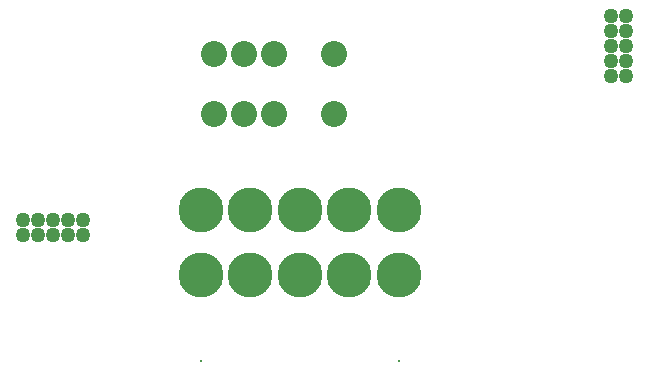
<source format=gts>
G04*
G04 #@! TF.GenerationSoftware,Altium Limited,CircuitStudio,1.5.2 (30)*
G04*
G04 Layer_Color=8388736*
%FSLAX25Y25*%
%MOIN*%
G70*
G01*
G75*
%ADD33C,0.14973*%
%ADD34C,0.00800*%
%ADD35C,0.05000*%
%ADD36C,0.08674*%
D33*
X103543Y23811D02*
D03*
X87008D02*
D03*
X120079D02*
D03*
X153150D02*
D03*
X136614D02*
D03*
X87008Y45465D02*
D03*
X103543D02*
D03*
X120079D02*
D03*
X136614D02*
D03*
X153150D02*
D03*
D34*
Y-4929D02*
D03*
X87008D02*
D03*
D35*
X27780Y36998D02*
D03*
Y41998D02*
D03*
X32780D02*
D03*
Y36998D02*
D03*
X42780D02*
D03*
X47780D02*
D03*
Y41998D02*
D03*
X42780D02*
D03*
X37780D02*
D03*
Y36998D02*
D03*
X228782Y100000D02*
D03*
X223782D02*
D03*
Y105000D02*
D03*
Y110000D02*
D03*
X228782D02*
D03*
Y105000D02*
D03*
Y95000D02*
D03*
X223782D02*
D03*
Y90000D02*
D03*
X228782D02*
D03*
D36*
X131349Y97232D02*
D03*
X111349D02*
D03*
X101349D02*
D03*
X91349D02*
D03*
Y77232D02*
D03*
X101349D02*
D03*
X111349D02*
D03*
X131349D02*
D03*
M02*

</source>
